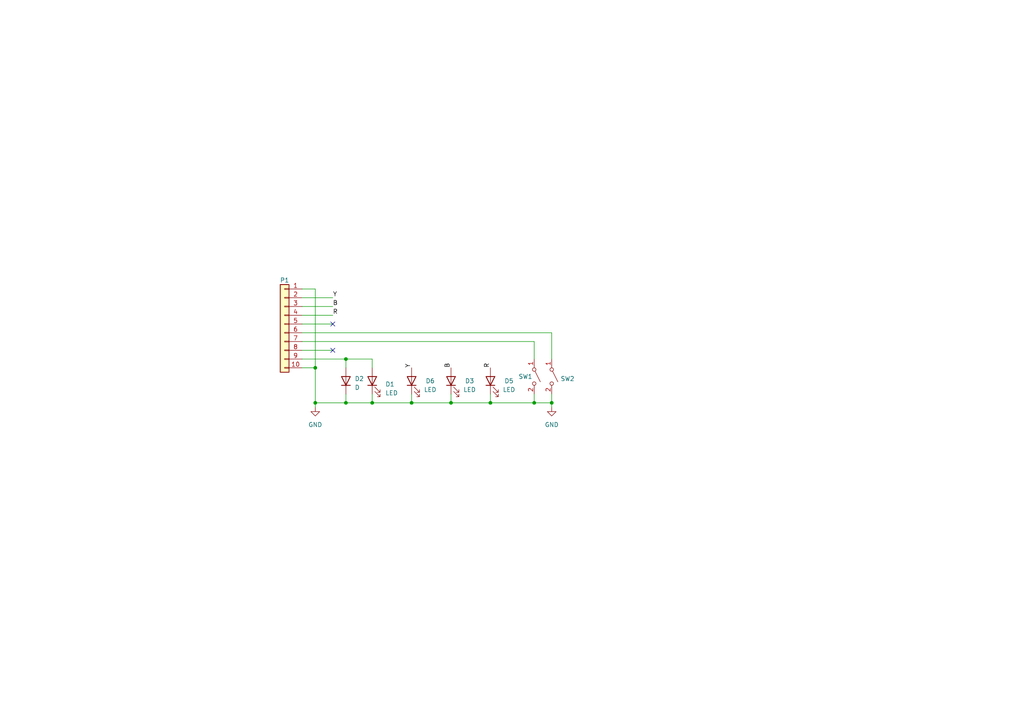
<source format=kicad_sch>
(kicad_sch (version 20230121) (generator eeschema)
  (paper "A4")
  (lib_symbols
    (symbol "Connector_Generic:Conn_01x10" (pin_names (offset 1.016) hide)
      (property "Reference" "J" (at 0 12.7 0))
      (property "Value" "Conn_01x10" (at 0 -15.24 0))
      (symbol "Conn_01x10_1_1"
        (rectangle (start -1.27 -12.573) (end 0 -12.827) (stroke (width 0.1524)))
        (rectangle (start -1.27 -10.033) (end 0 -10.287) (stroke (width 0.1524)))
        (rectangle (start -1.27 -7.493) (end 0 -7.747) (stroke (width 0.1524)))
        (rectangle (start -1.27 -4.953) (end 0 -5.207) (stroke (width 0.1524)))
        (rectangle (start -1.27 -2.413) (end 0 -2.667) (stroke (width 0.1524)))
        (rectangle (start -1.27 0.127) (end 0 -0.127) (stroke (width 0.1524)))
        (rectangle (start -1.27 2.667) (end 0 2.413) (stroke (width 0.1524)))
        (rectangle (start -1.27 5.207) (end 0 4.953) (stroke (width 0.1524)))
        (rectangle (start -1.27 7.747) (end 0 7.493) (stroke (width 0.1524)))
        (rectangle (start -1.27 10.287) (end 0 10.033) (stroke (width 0.1524)))
        (rectangle (start -1.27 11.43) (end 1.27 -13.97) (stroke (width 0.254)) (fill (type background)))
        (pin passive line (at -5.08 10.16 0) (length 3.81) (name "Pin_1") (number "1"))
        (pin passive line (at -5.08 -12.7 0) (length 3.81) (name "Pin_10") (number "10"))
        (pin passive line (at -5.08 7.62 0) (length 3.81) (name "Pin_2") (number "2"))
        (pin passive line (at -5.08 5.08 0) (length 3.81) (name "Pin_3") (number "3"))
        (pin passive line (at -5.08 2.54 0) (length 3.81) (name "Pin_4") (number "4"))
        (pin passive line (at -5.08 0 0) (length 3.81) (name "Pin_5") (number "5"))
        (pin passive line (at -5.08 -2.54 0) (length 3.81) (name "Pin_6") (number "6"))
        (pin passive line (at -5.08 -5.08 0) (length 3.81) (name "Pin_7") (number "7"))
        (pin passive line (at -5.08 -7.62 0) (length 3.81) (name "Pin_8") (number "8"))
        (pin passive line (at -5.08 -10.16 0) (length 3.81) (name "Pin_9") (number "9"))
      )
    )
    (symbol "Device:D" (pin_numbers hide) (pin_names (offset 1.016) hide)
      (property "Reference" "D" (at 0 2.54 0))
      (property "Value" "D" (at 0 -2.54 0))
      (symbol "D_0_1"
        (polyline (pts (xy -1.27 1.27) (xy -1.27 -1.27)) (stroke (width 0.254)))
        (polyline (pts (xy 1.27 0) (xy -1.27 0)))
        (polyline (pts (xy 1.27 1.27) (xy 1.27 -1.27) (xy -1.27 0) (xy 1.27 1.27)) (stroke (width 0.254)))
      )
      (symbol "D_1_1"
        (pin passive line (at -3.81 0 0) (length 2.54) (name "K") (number "1"))
        (pin passive line (at 3.81 0 180) (length 2.54) (name "A") (number "2"))
      )
    )
    (symbol "Device:LED" (pin_numbers hide) (pin_names (offset 1.016) hide)
      (property "Reference" "D" (at 0 2.54 0))
      (property "Value" "LED" (at 0 -2.54 0))
      (symbol "LED_0_1"
        (polyline (pts (xy -1.27 -1.27) (xy -1.27 1.27)) (stroke (width 0.254)))
        (polyline (pts (xy -1.27 0) (xy 1.27 0)))
        (polyline (pts (xy 1.27 -1.27) (xy 1.27 1.27) (xy -1.27 0) (xy 1.27 -1.27)) (stroke (width 0.254)))
        (polyline (pts (xy -3.048 -0.762) (xy -4.572 -2.286) (xy -3.81 -2.286) (xy -4.572 -2.286) (xy -4.572 -1.524)))
        (polyline (pts (xy -1.778 -0.762) (xy -3.302 -2.286) (xy -2.54 -2.286) (xy -3.302 -2.286) (xy -3.302 -1.524)))
      )
      (symbol "LED_1_1"
        (pin passive line (at -3.81 0 0) (length 2.54) (name "K") (number "1"))
        (pin passive line (at 3.81 0 180) (length 2.54) (name "A") (number "2"))
      )
    )
    (symbol "Switch:SW_SPST" (pin_names (offset 0) hide)
      (property "Reference" "SW" (at 0 3.175 0))
      (property "Value" "SW_SPST" (at 0 -2.54 0))
      (symbol "SW_SPST_0_0"
        (circle (center -2.032 0) (radius 0.508))
        (polyline (pts (xy -1.524 0.254) (xy 1.524 1.778)))
        (circle (center 2.032 0) (radius 0.508))
      )
      (symbol "SW_SPST_1_1"
        (pin passive line (at -5.08 0 0) (length 2.54) (name "A") (number "1"))
        (pin passive line (at 5.08 0 180) (length 2.54) (name "B") (number "2"))
      )
    )
    (symbol "power:GND" (power) (pin_names (offset 0))
      (property "Value" "GND" (at 0 -3.81 0))
      (symbol "GND_0_1"
        (polyline (pts (xy 0 0) (xy 0 -1.27) (xy 1.27 -1.27) (xy 0 -2.54) (xy -1.27 -1.27) (xy 0 -1.27)))
      )
      (symbol "GND_1_1"
        (pin power_in line (at 0 0 270) (length 0) hide (name "GND") (number "1"))
      )
    )
  )
  (junction (at 107.95 116.84))
  (junction (at 100.33 116.84))
  (junction (at 160.02 116.84))
  (junction (at 142.24 116.84))
  (junction (at 130.81 116.84))
  (junction (at 100.33 104.14))
  (junction (at 154.94 116.84))
  (junction (at 119.38 116.84))
  (junction (at 91.44 106.68))
  (junction (at 91.44 116.84))
  (no_connect (at 96.52 93.98))
  (no_connect (at 96.52 101.6))
  (wire (pts (xy 160.02 114.3) (xy 160.02 116.84)))
  (wire (pts (xy 154.94 116.84) (xy 142.24 116.84)))
  (wire (pts (xy 119.38 116.84) (xy 130.81 116.84)))
  (wire (pts (xy 91.44 83.82) (xy 91.44 106.68)))
  (wire (pts (xy 154.94 99.06) (xy 154.94 104.14)))
  (wire (pts (xy 87.63 104.14) (xy 100.33 104.14)))
  (wire (pts (xy 100.33 114.3) (xy 100.33 116.84)))
  (wire (pts (xy 160.02 116.84) (xy 154.94 116.84)))
  (wire (pts (xy 87.63 96.52) (xy 160.02 96.52)))
  (wire (pts (xy 87.63 99.06) (xy 154.94 99.06)))
  (wire (pts (xy 87.63 93.98) (xy 96.52 93.98)))
  (wire (pts (xy 119.38 114.3) (xy 119.38 116.84)))
  (wire (pts (xy 107.95 104.14) (xy 107.95 106.68)))
  (wire (pts (xy 87.63 83.82) (xy 91.44 83.82)))
  (wire (pts (xy 160.02 116.84) (xy 160.02 118.11)))
  (wire (pts (xy 100.33 104.14) (xy 100.33 106.68)))
  (wire (pts (xy 107.95 114.3) (xy 107.95 116.84)))
  (wire (pts (xy 130.81 114.3) (xy 130.81 116.84)))
  (wire (pts (xy 91.44 116.84) (xy 91.44 118.11)))
  (wire (pts (xy 107.95 116.84) (xy 100.33 116.84)))
  (wire (pts (xy 160.02 96.52) (xy 160.02 104.14)))
  (wire (pts (xy 100.33 116.84) (xy 91.44 116.84)))
  (wire (pts (xy 100.33 104.14) (xy 107.95 104.14)))
  (wire (pts (xy 87.63 86.36) (xy 96.52 86.36)))
  (wire (pts (xy 87.63 106.68) (xy 91.44 106.68)))
  (wire (pts (xy 87.63 88.9) (xy 96.52 88.9)))
  (wire (pts (xy 107.95 116.84) (xy 119.38 116.84)))
  (wire (pts (xy 142.24 116.84) (xy 142.24 114.3)))
  (wire (pts (xy 87.63 91.44) (xy 96.52 91.44)))
  (wire (pts (xy 87.63 101.6) (xy 96.52 101.6)))
  (wire (pts (xy 91.44 116.84) (xy 91.44 106.68)))
  (wire (pts (xy 130.81 116.84) (xy 142.24 116.84)))
  (wire (pts (xy 154.94 114.3) (xy 154.94 116.84)))
  (label "Y" (at 119.38 106.68 90))
  (label "R" (at 142.24 106.68 90))
  (label "B" (at 130.81 106.68 90))
  (label "Y" (at 96.52 86.36 0))
  (label "B" (at 96.52 88.9 0))
  (label "R" (at 96.52 91.44 0))
  (symbol (lib_id "Connector_Generic:Conn_01x10") (at 82.55 93.98 0) (mirror y) (unit 1)
    (property "Reference" "P1" (at 82.55 81.28 0))
    (property "Value" "Conn_01x10" (effects hide))
  )
  (symbol (lib_id "power:GND") (at 160.02 118.11 0) (unit 1)
    (property "Reference" "#PWR02" (effects hide))
    (property "Value" "GND" (at 160.02 123.19 0))
  )
  (symbol (lib_id "Switch:SW_SPST") (at 154.94 109.22 270) (unit 1)
    (property "Reference" "SW1" (at 152.4 109.22 90))
    (property "Value" "SW_SPST" (effects hide))
  )
  (symbol (lib_id "Switch:SW_SPST") (at 160.02 109.22 270) (unit 1)
    (property "Reference" "SW2" (at 162.56 109.855 90) (effects (justify left)))
    (property "Value" "SW_SPST" (effects hide))
  )
  (symbol (lib_id "Device:LED") (at 107.95 110.49 90) (unit 1)
    (property "Reference" "D1" (at 111.76 111.4425 90) (effects (justify right)))
    (property "Value" "LED" (at 111.76 113.9825 90) (effects (justify right)))
  )
  (symbol (lib_id "Device:LED") (at 119.38 110.49 90) (unit 1)
    (property "Reference" "D6" (at 124.7775 110.49 90))
    (property "Value" "LED" (at 124.7775 113.03 90))
  )
  (symbol (lib_id "Device:LED") (at 142.24 110.49 90) (unit 1)
    (property "Reference" "D5" (at 147.6375 110.49 90))
    (property "Value" "LED" (at 147.6375 113.03 90))
  )
  (symbol (lib_id "Device:D") (at 100.33 110.49 90) (unit 1)
    (property "Reference" "D2" (at 102.87 109.855 90) (effects (justify right)))
    (property "Value" "D" (at 102.87 112.395 90) (effects (justify right)))
    (property "Sim.Device" "D" (effects hide))
    (property "Sim.Pins" "1=K 2=A" (effects hide))
  )
  (symbol (lib_id "power:GND") (at 91.44 118.11 0) (unit 1)
    (property "Reference" "#PWR01" (effects hide))
    (property "Value" "GND" (at 91.44 123.19 0))
  )
  (symbol (lib_id "Device:LED") (at 130.81 110.49 90) (unit 1)
    (property "Reference" "D3" (at 136.2075 110.49 90))
    (property "Value" "LED" (at 136.2075 113.03 90))
  )
)
</source>
